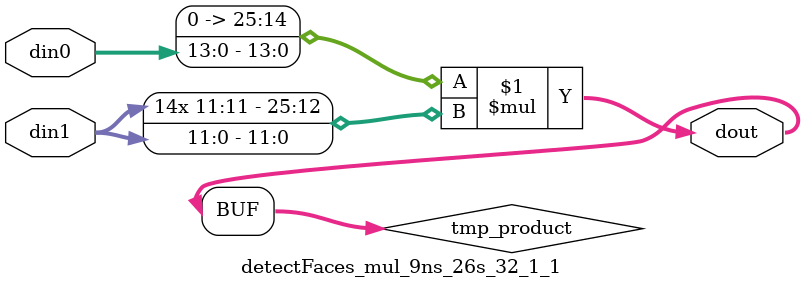
<source format=v>

`timescale 1 ns / 1 ps

 module detectFaces_mul_9ns_26s_32_1_1(din0, din1, dout);
parameter ID = 1;
parameter NUM_STAGE = 0;
parameter din0_WIDTH = 14;
parameter din1_WIDTH = 12;
parameter dout_WIDTH = 26;

input [din0_WIDTH - 1 : 0] din0; 
input [din1_WIDTH - 1 : 0] din1; 
output [dout_WIDTH - 1 : 0] dout;

wire signed [dout_WIDTH - 1 : 0] tmp_product;

























assign tmp_product = $signed({1'b0, din0}) * $signed(din1);










assign dout = tmp_product;





















endmodule

</source>
